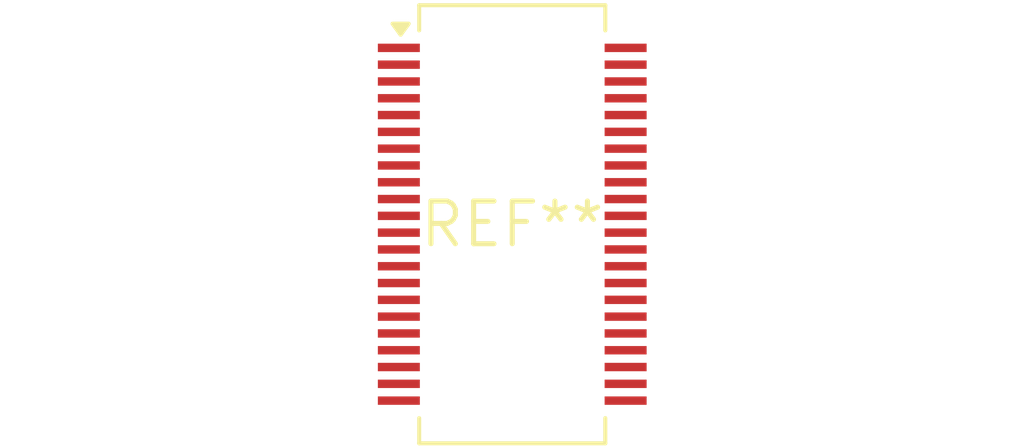
<source format=kicad_pcb>
(kicad_pcb (version 20240108) (generator pcbnew)
  (layers (0 "F.Cu" signal) (31 "B.Cu" signal) (34 "B.Paste" user) (35 "F.Paste" user) (36 "B.SilkS" user "B.Silkscreen") (37 "F.SilkS" user "F.Silkscreen") (38 "B.Mask" user) (39 "F.Mask" user) (44 "Edge.Cuts" user))
  (net 0 "")
  (footprint "SSOP-44_5.3x12.8mm_P0.5mm" (layer "F.Cu") (at 0 0)
    (property "Reference" "REF**")
    (property "Value" "SSOP-44_5.3x12.8mm_P0.5mm")
    (fp_line (start -2.77 -6.52) (end -2.77 -5.77) (layer "F.SilkS") (stroke (width 0.12)))
    (fp_line (start -2.77 -6.52) (end 2.77 -6.52) (layer "F.SilkS") (stroke (width 0.12)))
    (fp_line (start -2.77 6.52) (end -2.77 5.77) (layer "F.SilkS") (stroke (width 0.12)))
    (fp_line (start -2.77 6.52) (end 2.77 6.52) (layer "F.SilkS") (stroke (width 0.12)))
    (fp_line (start 2.77 -6.52) (end 2.77 -5.77) (layer "F.SilkS") (stroke (width 0.12)))
    (fp_line (start 2.77 6.52) (end 2.77 5.77) (layer "F.SilkS") (stroke (width 0.12)))
    (fp_poly (pts (xy -3.322216 -5.64) (xy -3.562216 -5.97) (xy -3.082216 -5.97) (xy -3.322216 -5.64)) (layer "F.SilkS") (stroke (width 0.12)) (fill solid))
    (pad "1" smd rect (at -3.375 -5.25) (size 1.25 0.25) (layers "F.Cu" "F.Paste" "F.Mask"))
    (pad "2" smd rect (at -3.375 -4.75) (size 1.25 0.25) (layers "F.Cu" "F.Paste" "F.Mask"))
    (pad "3" smd rect (at -3.375 -4.25) (size 1.25 0.25) (layers "F.Cu" "F.Paste" "F.Mask"))
    (pad "4" smd rect (at -3.375 -3.75) (size 1.25 0.25) (layers "F.Cu" "F.Paste" "F.Mask"))
    (pad "5" smd rect (at -3.375 -3.25) (size 1.25 0.25) (layers "F.Cu" "F.Paste" "F.Mask"))
    (pad "6" smd rect (at -3.375 -2.75) (size 1.25 0.25) (layers "F.Cu" "F.Paste" "F.Mask"))
    (pad "7" smd rect (at -3.375 -2.25) (size 1.25 0.25) (layers "F.Cu" "F.Paste" "F.Mask"))
    (pad "8" smd rect (at -3.375 -1.75) (size 1.25 0.25) (layers "F.Cu" "F.Paste" "F.Mask"))
    (pad "9" smd rect (at -3.375 -1.25) (size 1.25 0.25) (layers "F.Cu" "F.Paste" "F.Mask"))
    (pad "10" smd rect (at -3.375 -0.75) (size 1.25 0.25) (layers "F.Cu" "F.Paste" "F.Mask"))
    (pad "11" smd rect (at -3.375 -0.25) (size 1.25 0.25) (layers "F.Cu" "F.Paste" "F.Mask"))
    (pad "12" smd rect (at -3.375 0.25) (size 1.25 0.25) (layers "F.Cu" "F.Paste" "F.Mask"))
    (pad "13" smd rect (at -3.375 0.75) (size 1.25 0.25) (layers "F.Cu" "F.Paste" "F.Mask"))
    (pad "14" smd rect (at -3.375 1.25) (size 1.25 0.25) (layers "F.Cu" "F.Paste" "F.Mask"))
    (pad "15" smd rect (at -3.375 1.75) (size 1.25 0.25) (layers "F.Cu" "F.Paste" "F.Mask"))
    (pad "16" smd rect (at -3.375 2.25) (size 1.25 0.25) (layers "F.Cu" "F.Paste" "F.Mask"))
    (pad "17" smd rect (at -3.375 2.75) (size 1.25 0.25) (layers "F.Cu" "F.Paste" "F.Mask"))
    (pad "18" smd rect (at -3.375 3.25) (size 1.25 0.25) (layers "F.Cu" "F.Paste" "F.Mask"))
    (pad "19" smd rect (at -3.375 3.75) (size 1.25 0.25) (layers "F.Cu" "F.Paste" "F.Mask"))
    (pad "20" smd rect (at -3.375 4.25) (size 1.25 0.25) (layers "F.Cu" "F.Paste" "F.Mask"))
    (pad "21" smd rect (at -3.375 4.75) (size 1.25 0.25) (layers "F.Cu" "F.Paste" "F.Mask"))
    (pad "22" smd rect (at -3.375 5.25) (size 1.25 0.25) (layers "F.Cu" "F.Paste" "F.Mask"))
    (pad "23" smd rect (at 3.375 5.25) (size 1.25 0.25) (layers "F.Cu" "F.Paste" "F.Mask"))
    (pad "24" smd rect (at 3.375 4.75) (size 1.25 0.25) (layers "F.Cu" "F.Paste" "F.Mask"))
    (pad "25" smd rect (at 3.375 4.25) (size 1.25 0.25) (layers "F.Cu" "F.Paste" "F.Mask"))
    (pad "26" smd rect (at 3.375 3.75) (size 1.25 0.25) (layers "F.Cu" "F.Paste" "F.Mask"))
    (pad "27" smd rect (at 3.375 3.25) (size 1.25 0.25) (layers "F.Cu" "F.Paste" "F.Mask"))
    (pad "28" smd rect (at 3.375 2.75) (size 1.25 0.25) (layers "F.Cu" "F.Paste" "F.Mask"))
    (pad "29" smd rect (at 3.375 2.25) (size 1.25 0.25) (layers "F.Cu" "F.Paste" "F.Mask"))
    (pad "30" smd rect (at 3.375 1.75) (size 1.25 0.25) (layers "F.Cu" "F.Paste" "F.Mask"))
    (pad "31" smd rect (at 3.375 1.25) (size 1.25 0.25) (layers "F.Cu" "F.Paste" "F.Mask"))
    (pad "32" smd rect (at 3.375 0.75) (size 1.25 0.25) (layers "F.Cu" "F.Paste" "F.Mask"))
    (pad "33" smd rect (at 3.375 0.25) (size 1.25 0.25) (layers "F.Cu" "F.Paste" "F.Mask"))
    (pad "34" smd rect (at 3.375 -0.25) (size 1.25 0.25) (layers "F.Cu" "F.Paste" "F.Mask"))
    (pad "35" smd rect (at 3.375 -0.75) (size 1.25 0.25) (layers "F.Cu" "F.Paste" "F.Mask"))
    (pad "36" smd rect (at 3.375 -1.25) (size 1.25 0.25) (layers "F.Cu" "F.Paste" "F.Mask"))
    (pad "37" smd rect (at 3.375 -1.75) (size 1.25 0.25) (layers "F.Cu" "F.Paste" "F.Mask"))
    (pad "38" smd rect (at 3.375 -2.25) (size 1.25 0.25) (layers "F.Cu" "F.Paste" "F.Mask"))
    (pad "39" smd rect (at 3.375 -2.75) (size 1.25 0.25) (layers "F.Cu" "F.Paste" "F.Mask"))
    (pad "40" smd rect (at 3.375 -3.25) (size 1.25 0.25) (layers "F.Cu" "F.Paste" "F.Mask"))
    (pad "41" smd rect (at 3.375 -3.75) (size 1.25 0.25) (layers "F.Cu" "F.Paste" "F.Mask"))
    (pad "42" smd rect (at 3.375 -4.25) (size 1.25 0.25) (layers "F.Cu" "F.Paste" "F.Mask"))
    (pad "43" smd rect (at 3.375 -4.75) (size 1.25 0.25) (layers "F.Cu" "F.Paste" "F.Mask"))
    (pad "44" smd rect (at 3.375 -5.25) (size 1.25 0.25) (layers "F.Cu" "F.Paste" "F.Mask"))
  )
)
</source>
